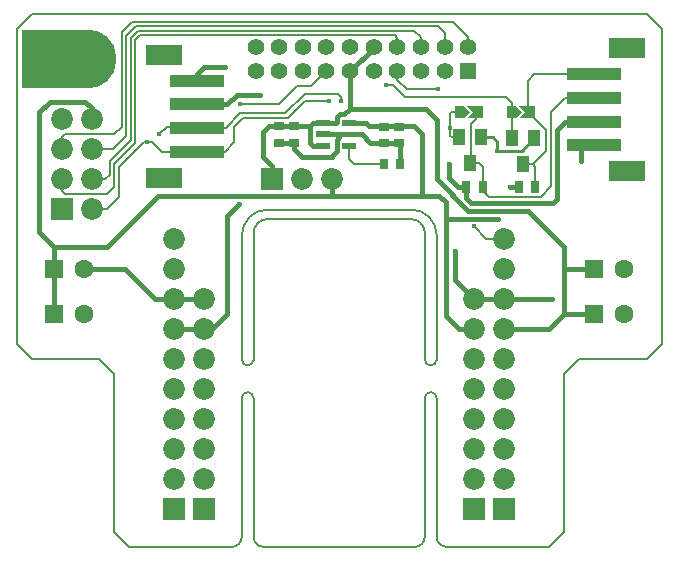
<source format=gtl>
G04 Layer_Physical_Order=1*
G04 Layer_Color=255*
%FSLAX43Y43*%
%MOMM*%
G71*
G01*
G75*
%ADD10R,6.000X5.000*%
%ADD11C,0.254*%
%ADD12R,1.000X1.400*%
%ADD13R,1.300X0.600*%
%ADD14R,0.890X0.640*%
%ADD15R,0.640X0.890*%
%ADD16R,0.640X1.000*%
%ADD17R,3.100X1.700*%
%ADD18R,4.600X1.100*%
%ADD19C,0.127*%
%ADD20C,0.381*%
%ADD21C,0.254*%
%ADD22C,1.400*%
%ADD23R,1.400X1.400*%
%ADD24R,1.850X1.850*%
%ADD25C,1.850*%
%ADD26C,5.000*%
%ADD27R,1.850X1.850*%
%ADD28C,1.600*%
%ADD29R,1.600X1.600*%
%ADD30C,0.406*%
G36*
X39462Y-8755D02*
X38112D01*
X38612Y-8255D01*
X38112Y-7755D01*
X39462D01*
Y-8755D01*
D02*
G37*
G36*
X38362Y-8255D02*
X37862Y-8755D01*
X37062D01*
Y-7755D01*
X37862D01*
X38362Y-8255D01*
D02*
G37*
G36*
X43864Y-8755D02*
X42514D01*
X43014Y-8255D01*
X42514Y-7755D01*
X43864D01*
Y-8755D01*
D02*
G37*
G36*
X42764Y-8255D02*
X42264Y-8755D01*
X41464D01*
Y-7755D01*
X42264D01*
X42764Y-8255D01*
D02*
G37*
D10*
X3429Y-3810D02*
D03*
D11*
X37762Y-8255D02*
D03*
X38862D02*
D03*
X42164D02*
D03*
X43264D02*
D03*
D12*
X38354Y-12614D02*
D03*
X37404Y-10414D02*
D03*
X39304D02*
D03*
X42865Y-12700D02*
D03*
X41915Y-10500D02*
D03*
X43815D02*
D03*
D13*
X28155Y-9210D02*
D03*
Y-11110D02*
D03*
X25955D02*
D03*
Y-10160D02*
D03*
Y-9210D02*
D03*
D14*
X22225Y-9460D02*
D03*
Y-10860D02*
D03*
X32385Y-9525D02*
D03*
Y-10925D02*
D03*
X23495Y-9460D02*
D03*
Y-10860D02*
D03*
X31115Y-9525D02*
D03*
Y-10925D02*
D03*
D15*
X31052Y-12700D02*
D03*
X32451D02*
D03*
D16*
X38036Y-14605D02*
D03*
X39437D02*
D03*
X42480D02*
D03*
X43880D02*
D03*
D17*
X12490Y-13820D02*
D03*
Y-3420D02*
D03*
X51645Y-2880D02*
D03*
Y-13280D02*
D03*
D18*
X15240Y-11620D02*
D03*
Y-9620D02*
D03*
Y-7620D02*
D03*
Y-5620D02*
D03*
X48895Y-5080D02*
D03*
Y-7080D02*
D03*
Y-9080D02*
D03*
Y-11080D02*
D03*
D19*
X10033Y-2147D02*
X10401Y-1778D01*
X32210Y-2810D02*
Y-1984D01*
X10401Y-1778D02*
X32004D01*
X32210Y-1984D01*
X33655Y-1397D02*
X34210Y-1952D01*
X9652Y-1989D02*
X10244Y-1397D01*
X33655D01*
X9271Y-1831D02*
X10086Y-1016D01*
X36210Y-2810D02*
Y-1539D01*
X10086Y-1016D02*
X35687D01*
X36210Y-1539D01*
X36957Y-635D02*
X38210Y-1888D01*
X8890Y-1524D02*
X9779Y-635D01*
X36957D01*
X8890Y-9525D02*
Y-1524D01*
X10033Y-10922D02*
Y-2147D01*
X39933Y-15422D02*
X44332D01*
X39437Y-14925D02*
X39933Y-15422D01*
X38659Y-17958D02*
X39751Y-19050D01*
X39437Y-14605D02*
Y-12957D01*
X44332Y-15422D02*
X45212Y-14542D01*
Y-8255D01*
X41915Y-10500D02*
Y-7498D01*
X38862Y-8896D02*
Y-8255D01*
X38486Y-12481D02*
Y-9271D01*
X38862Y-8896D01*
X42865Y-12700D02*
X43688D01*
X43880Y-14605D02*
Y-12892D01*
X43688Y-12700D02*
X43880Y-12892D01*
X39093Y-12614D02*
X39437Y-12957D01*
X38354Y-12614D02*
X39093D01*
X38354D02*
X38486Y-12481D01*
X46387Y-7080D02*
X48895D01*
X45212Y-8255D02*
X46387Y-7080D01*
X39437Y-14925D02*
Y-14605D01*
X7620Y-15240D02*
X8255Y-14605D01*
Y-12700D01*
X10033Y-10922D01*
X9652Y-10668D02*
Y-1989D01*
X19177Y-8763D02*
X22987D01*
X24384Y-7366D01*
X26416D01*
X22733Y-8382D02*
X24384Y-6731D01*
X36703Y-8382D02*
X36830Y-8255D01*
X18923Y-8382D02*
X22733D01*
X22225Y-7620D02*
X23749Y-6096D01*
X24924D01*
X26210Y-4810D01*
X18923Y-7620D02*
X22225D01*
X39751Y-19050D02*
X41275D01*
X3810Y-11430D02*
Y-10414D01*
X4064Y-10160D01*
X6350Y-11430D02*
X8128D01*
X9271Y-10287D01*
Y-1831D01*
X8255Y-10160D02*
X8890Y-9525D01*
X4064Y-10160D02*
X8255D01*
X3810Y-14986D02*
Y-13970D01*
Y-14986D02*
X4064Y-15240D01*
X7620D01*
X34210Y-2810D02*
Y-1952D01*
X38210Y-2810D02*
Y-1888D01*
X31242Y-5969D02*
X31877D01*
X32893Y-6985D01*
X32210Y-5540D02*
Y-4810D01*
Y-5540D02*
X33020Y-6350D01*
X35687D01*
X27432Y-7366D02*
Y-6985D01*
X27178Y-6731D02*
X27432Y-6985D01*
X6350Y-16510D02*
X7620D01*
X8636Y-15494D01*
Y-12954D01*
X10795Y-10795D01*
X11049D01*
X6350Y-13970D02*
X7493D01*
X7874Y-13589D01*
Y-12446D01*
X9652Y-10668D01*
X36830Y-8255D02*
X37465D01*
X24384Y-6731D02*
X27178D01*
X28155Y-12280D02*
X28575Y-12700D01*
X31052D01*
X28155Y-12280D02*
Y-11110D01*
X12065Y-10160D02*
X12700Y-9525D01*
X15145D01*
X15240Y-9620D01*
X17685D02*
X18923Y-8382D01*
X11049Y-10795D02*
X11430D01*
X12255Y-11620D01*
X18415Y-9525D02*
X19177Y-8763D01*
X18415Y-10795D02*
Y-9525D01*
X17590Y-11620D02*
X18415Y-10795D01*
X15240Y-9620D02*
X17685D01*
X12255Y-11620D02*
X15240D01*
X17590D01*
X36830Y-10414D02*
X37404D01*
X36703Y-10287D02*
X36830Y-10414D01*
X36703Y-10287D02*
Y-9652D01*
Y-8382D01*
X32893Y-6985D02*
X41402D01*
X41915Y-7498D01*
X43264Y-5631D02*
X43815Y-5080D01*
X48895D01*
X43688Y-12700D02*
X44831Y-11557D01*
Y-9822D01*
X43264Y-8255D02*
X44831Y-9822D01*
X43264Y-8255D02*
Y-5631D01*
X33689Y-45085D02*
G03*
X34535Y-44239I0J846D01*
G01*
X20035D02*
G03*
X20881Y-45085I846J0D01*
G01*
X20035Y-32485D02*
G03*
X19035Y-32485I-500J0D01*
G01*
X18189Y-45085D02*
G03*
X19035Y-44239I-0J846D01*
G01*
X35535Y-32485D02*
G03*
X34535Y-32485I-500J0D01*
G01*
Y-29220D02*
G03*
X35535Y-29220I500J0D01*
G01*
Y-18669D02*
G03*
X33386Y-16520I-2149J0D01*
G01*
X34535Y-18510D02*
G03*
X33345Y-17320I-1190J0D01*
G01*
X21225D02*
G03*
X20035Y-18510I0J-1190D01*
G01*
X21229Y-16520D02*
G03*
X19035Y-18714I0J-2194D01*
G01*
Y-29220D02*
G03*
X20035Y-29220I500J0D01*
G01*
X35535Y-44239D02*
G03*
X36381Y-45085I846J0D01*
G01*
X54610Y-27940D02*
Y-1270D01*
X53340Y0D02*
X54610Y-1270D01*
X1270Y0D02*
X53340D01*
X46355Y-43815D02*
Y-30480D01*
X36381Y-45085D02*
X45085D01*
X46355Y-43815D01*
X8255D02*
Y-30480D01*
Y-43815D02*
X9525Y-45085D01*
X18189D01*
X0Y-27940D02*
Y-1270D01*
X1270Y0D01*
X20881Y-45085D02*
X33689D01*
X20035Y-44239D02*
Y-32520D01*
X19035Y-44239D02*
X19035Y-32520D01*
X35535D02*
X35535Y-44239D01*
X34535Y-44239D02*
Y-32520D01*
X46355Y-30480D02*
X47625Y-29210D01*
X53340D02*
X54610Y-27940D01*
X47625Y-29210D02*
X53340D01*
X0Y-27940D02*
X1270Y-29210D01*
X6985D01*
X8255Y-30480D01*
X35535Y-29220D02*
Y-18669D01*
X34535Y-29220D02*
Y-18510D01*
X21229Y-16520D02*
X33386D01*
X21225Y-17320D02*
X33345D01*
X20035Y-29220D02*
Y-18510D01*
X19035Y-29220D02*
Y-18714D01*
D20*
X1905Y-8255D02*
X2769Y-7391D01*
X6350Y-8890D02*
Y-7950D01*
X5791Y-7391D02*
X6350Y-7950D01*
X2769Y-7391D02*
X5791D01*
X1905Y-18415D02*
Y-8255D01*
X36322Y-17297D02*
X36335Y-17310D01*
X40678D01*
X40691Y-17323D01*
X36322Y-17297D02*
Y-15919D01*
Y-25527D02*
Y-17297D01*
X38227Y-16637D02*
X43307D01*
X46355Y-19685D01*
X38450Y-15962D02*
X45379D01*
X38036Y-15548D02*
X38450Y-15962D01*
X38036Y-15548D02*
Y-14605D01*
X35560Y-13970D02*
X38227Y-16637D01*
X45720Y-9779D02*
X46419Y-9080D01*
X45720Y-15621D02*
Y-9779D01*
X45379Y-15962D02*
X45720Y-15621D01*
X41783Y-14605D02*
X42480D01*
X46419Y-9080D02*
X48895D01*
X36576Y-13843D02*
Y-12700D01*
Y-13843D02*
X37338Y-14605D01*
X38036D01*
X3175Y-21590D02*
Y-19685D01*
X1905Y-18415D02*
X3175Y-19685D01*
X35770Y-15367D02*
X36322Y-15919D01*
Y-25527D02*
X37465Y-26670D01*
X38735D01*
X28210Y-4810D02*
X30210Y-2810D01*
X3175Y-19685D02*
X7620D01*
X45085Y-26670D02*
X46355Y-25400D01*
X41275Y-26670D02*
X45085D01*
X46355Y-25400D02*
X48895D01*
X46355Y-21590D02*
X48895D01*
X46355Y-25400D02*
Y-21590D01*
Y-19685D01*
X26381Y-9230D02*
X26402Y-9210D01*
X28210Y-7985D02*
X34628D01*
X25080Y-9210D02*
X25955D01*
X24829Y-9462D02*
X25080Y-9210D01*
X28655D02*
X29594D01*
X34290Y-15367D02*
Y-10160D01*
Y-15367D02*
X35770D01*
X34628Y-7985D02*
X35560Y-8917D01*
X25080Y-11110D02*
X25955D01*
X24829Y-10858D02*
X25080Y-11110D01*
X24829Y-10858D02*
Y-9462D01*
X23495Y-11430D02*
X24130Y-12065D01*
X26670D01*
X27305Y-10160D02*
X29210D01*
X26670Y-15367D02*
Y-13970D01*
Y-15367D02*
X34290D01*
X16510Y-26670D02*
X17780Y-25400D01*
X47625Y-11080D02*
X47752Y-11207D01*
Y-12446D02*
Y-11207D01*
X35560Y-13970D02*
Y-8917D01*
X20828Y-9969D02*
X21336Y-9462D01*
X20828Y-12065D02*
X21590Y-12827D01*
Y-13970D02*
Y-12827D01*
X20828Y-12065D02*
Y-9969D01*
X17780Y-17044D02*
X18809Y-16015D01*
X17780Y-25400D02*
Y-17044D01*
X5715Y-21590D02*
X9144D01*
X11684Y-24130D01*
X37084Y-22479D02*
X38735Y-24130D01*
X37084Y-22479D02*
Y-20066D01*
X25975Y-9230D02*
X26381D01*
X25955Y-10160D02*
X27305D01*
Y-10381D02*
Y-10160D01*
X27060Y-10626D02*
X27305Y-10381D01*
X27060Y-11583D02*
Y-10626D01*
X26670Y-12065D02*
Y-11974D01*
X27060Y-11583D01*
X26402Y-9210D02*
X26985D01*
X28210Y-7985D02*
Y-4810D01*
X26985Y-9210D02*
X27060Y-9134D01*
Y-8726D01*
X27321Y-8465D01*
X27730D01*
X28210Y-7985D01*
X23495Y-11430D02*
Y-10860D01*
Y-10858D01*
X29210Y-10160D02*
X29909Y-10858D01*
X33591Y-9462D02*
X34290Y-10160D01*
X29594Y-9210D02*
X29845Y-9462D01*
X3175Y-25400D02*
Y-21590D01*
X11684Y-24130D02*
X13335D01*
X15875D01*
X38735D02*
X41275D01*
X13335Y-26670D02*
X15875D01*
X16510D01*
X21336Y-9462D02*
X24829D01*
X7620Y-19685D02*
X11938Y-15367D01*
X26670D01*
X29845Y-9462D02*
X33591D01*
X18605Y-6795D02*
X20574D01*
X17780Y-7620D02*
X18605Y-6795D01*
X15875Y-4445D02*
X17653D01*
X15240Y-5080D02*
X15875Y-4445D01*
X15240Y-5620D02*
Y-5080D01*
X17145Y-7620D02*
X17780D01*
X22225Y-10858D02*
X23495D01*
X32449Y-12700D02*
Y-10922D01*
X29909Y-10858D02*
X32385D01*
X32449Y-10922D01*
X41275Y-24130D02*
X45339D01*
D21*
X40665Y-11581D02*
X42734D01*
X40665D02*
Y-10795D01*
X40284Y-10414D02*
X40665Y-10795D01*
X39304Y-10414D02*
X40284D01*
X42734Y-11581D02*
X43815Y-10500D01*
D22*
X20210Y-2794D02*
D03*
Y-4794D02*
D03*
X22210D02*
D03*
Y-2794D02*
D03*
X24210D02*
D03*
X26210D02*
D03*
X28210D02*
D03*
X30210D02*
D03*
X32210D02*
D03*
X34210D02*
D03*
X36210D02*
D03*
X38210D02*
D03*
X24210Y-4794D02*
D03*
X26210D02*
D03*
X28210D02*
D03*
X30210D02*
D03*
X32210D02*
D03*
X34210D02*
D03*
X36210D02*
D03*
D23*
X38210D02*
D03*
D24*
X3810Y-16510D02*
D03*
X13335Y-41910D02*
D03*
X41275D02*
D03*
X15875D02*
D03*
X38735D02*
D03*
D25*
X3810Y-13970D02*
D03*
Y-11430D02*
D03*
Y-8890D02*
D03*
X6350D02*
D03*
Y-11430D02*
D03*
Y-13970D02*
D03*
Y-16510D02*
D03*
X24130Y-13970D02*
D03*
X26670D02*
D03*
X13335Y-39370D02*
D03*
Y-36830D02*
D03*
Y-34290D02*
D03*
Y-31750D02*
D03*
Y-29210D02*
D03*
Y-26670D02*
D03*
Y-24130D02*
D03*
Y-21590D02*
D03*
Y-19050D02*
D03*
X41275Y-39370D02*
D03*
Y-36830D02*
D03*
Y-34290D02*
D03*
Y-31750D02*
D03*
Y-29210D02*
D03*
Y-26670D02*
D03*
Y-24130D02*
D03*
Y-21590D02*
D03*
Y-19050D02*
D03*
X15875Y-29210D02*
D03*
Y-31750D02*
D03*
Y-39370D02*
D03*
Y-36830D02*
D03*
Y-34290D02*
D03*
Y-26670D02*
D03*
Y-24130D02*
D03*
X38735Y-29210D02*
D03*
Y-31750D02*
D03*
Y-39370D02*
D03*
Y-36830D02*
D03*
Y-34290D02*
D03*
Y-26670D02*
D03*
Y-24130D02*
D03*
D26*
X5969Y-3810D02*
D03*
D27*
X21590Y-13970D02*
D03*
D28*
X5715Y-21590D02*
D03*
X51435D02*
D03*
X5715Y-25400D02*
D03*
X51435D02*
D03*
D29*
X3175Y-21590D02*
D03*
X48895D02*
D03*
X3175Y-25400D02*
D03*
X48895D02*
D03*
D30*
X40665Y-11581D02*
D03*
X40691Y-17323D02*
D03*
X38659Y-17958D02*
D03*
X41935Y-15951D02*
D03*
X41783Y-14605D02*
D03*
X27432Y-7366D02*
D03*
X26416D02*
D03*
X36703Y-9652D02*
D03*
X35687Y-6350D02*
D03*
X18923Y-7620D02*
D03*
X20574Y-6795D02*
D03*
X31242Y-5969D02*
D03*
X47752Y-12446D02*
D03*
X36576Y-12700D02*
D03*
X18809Y-16015D02*
D03*
X17653Y-4445D02*
D03*
X26670Y-12065D02*
D03*
X37084Y-20066D02*
D03*
X12065Y-10160D02*
D03*
X11049Y-10795D02*
D03*
X37084Y-20701D02*
D03*
Y-21717D02*
D03*
X44704Y-24130D02*
D03*
X45339D02*
D03*
M02*

</source>
